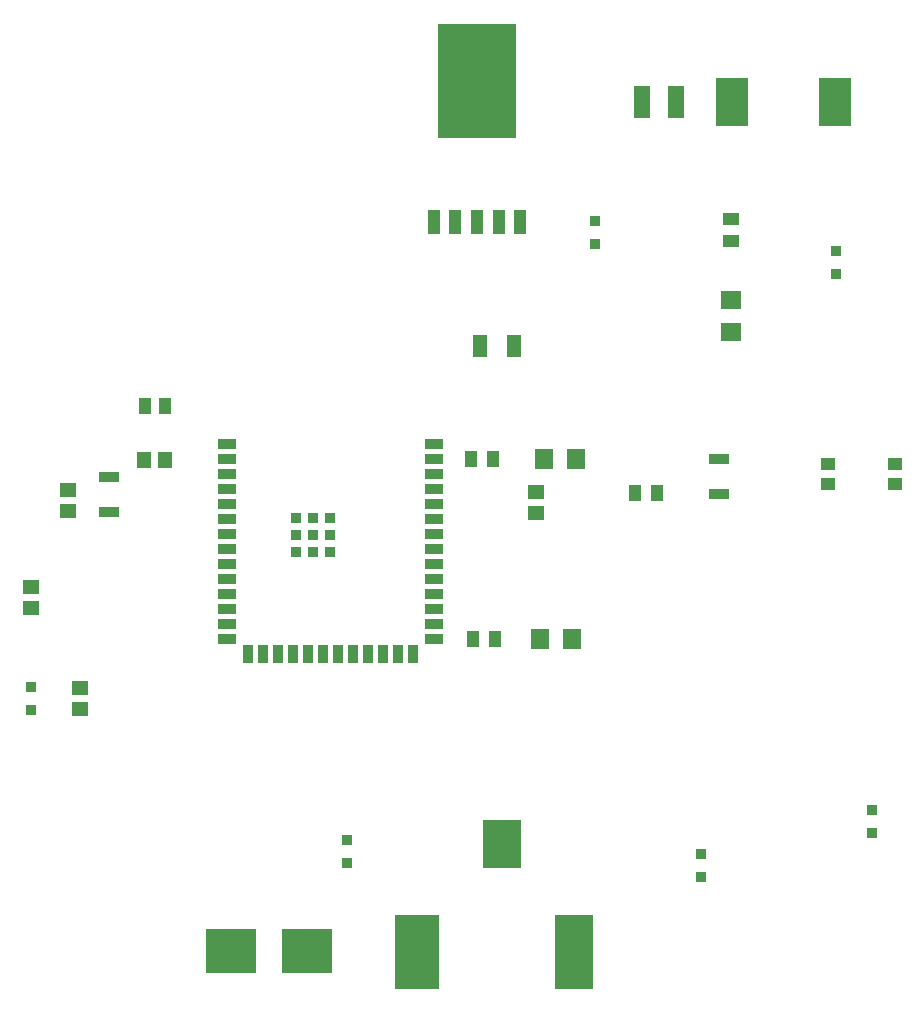
<source format=gbr>
G04*
G04 #@! TF.GenerationSoftware,Altium Limited,Altium Designer,25.3.3 (18)*
G04*
G04 Layer_Color=8421504*
%FSLAX44Y44*%
%MOMM*%
G71*
G04*
G04 #@! TF.SameCoordinates,28098AB9-3807-4A49-8781-5BF9FE85299D*
G04*
G04*
G04 #@! TF.FilePolarity,Positive*
G04*
G01*
G75*
%ADD17R,1.4500X1.2500*%
%ADD18R,1.2500X1.4500*%
%ADD19R,1.0668X1.3462*%
%ADD20R,4.2418X3.8100*%
%ADD21R,0.8890X0.9525*%
%ADD22R,3.3000X4.0600*%
%ADD23R,3.3000X6.3500*%
%ADD24R,3.8100X6.3500*%
%ADD25R,1.7300X0.9700*%
%ADD26R,1.4500X1.1500*%
%ADD27R,1.3700X2.8100*%
%ADD28R,1.2900X1.9100*%
%ADD29R,2.7000X4.1000*%
%ADD30R,0.9000X0.9000*%
%ADD31R,1.5000X0.9000*%
%ADD32R,0.9000X1.5000*%
%ADD33R,1.0000X1.4200*%
%ADD34R,1.0000X2.0500*%
%ADD35R,6.7000X9.7000*%
%ADD36R,1.4200X1.0000*%
%ADD37R,1.7500X1.5000*%
%ADD38R,1.5000X1.7500*%
%ADD39R,1.2000X1.0000*%
D17*
X527050Y441960D02*
D03*
Y459740D02*
D03*
X140970Y293370D02*
D03*
Y275590D02*
D03*
X99060Y361310D02*
D03*
Y379090D02*
D03*
D18*
X194950Y486410D02*
D03*
X212730D02*
D03*
D19*
X195707Y532130D02*
D03*
X213233D02*
D03*
D20*
X332867Y71120D02*
D03*
X269113D02*
D03*
D21*
X666750Y153225D02*
D03*
Y133794D02*
D03*
X781050Y663321D02*
D03*
Y643890D02*
D03*
X99060Y274764D02*
D03*
Y294195D02*
D03*
X811530Y170625D02*
D03*
Y190056D02*
D03*
X367030Y164655D02*
D03*
Y145225D02*
D03*
X576580Y669734D02*
D03*
Y689165D02*
D03*
D22*
X497800Y161250D02*
D03*
D23*
X558800Y69850D02*
D03*
D24*
X425900D02*
D03*
D25*
X681990Y487240D02*
D03*
Y457640D02*
D03*
X165540Y442400D02*
D03*
Y472000D02*
D03*
D26*
X130810Y443120D02*
D03*
Y461120D02*
D03*
D27*
X616990Y789940D02*
D03*
X645390D02*
D03*
D28*
X479430Y582930D02*
D03*
X508630D02*
D03*
D29*
X780350Y789940D02*
D03*
X692850D02*
D03*
D30*
X338190Y423180D02*
D03*
X324190D02*
D03*
X352190D02*
D03*
X324190Y409180D02*
D03*
X338190D02*
D03*
X352190D02*
D03*
X324190Y437180D02*
D03*
X338190D02*
D03*
X352190D02*
D03*
D31*
X265690Y500380D02*
D03*
Y487680D02*
D03*
Y474980D02*
D03*
Y462280D02*
D03*
Y449580D02*
D03*
Y436880D02*
D03*
Y424180D02*
D03*
Y411480D02*
D03*
Y398780D02*
D03*
Y386080D02*
D03*
Y373380D02*
D03*
Y360680D02*
D03*
Y347980D02*
D03*
Y335280D02*
D03*
X440690D02*
D03*
Y347980D02*
D03*
Y360680D02*
D03*
Y373380D02*
D03*
Y386080D02*
D03*
Y398780D02*
D03*
Y411480D02*
D03*
Y424180D02*
D03*
Y436880D02*
D03*
Y449580D02*
D03*
Y462280D02*
D03*
Y474980D02*
D03*
Y487680D02*
D03*
Y500380D02*
D03*
D32*
X283340Y322780D02*
D03*
X296040D02*
D03*
X308740D02*
D03*
X321440D02*
D03*
X334140D02*
D03*
X346840D02*
D03*
X359540D02*
D03*
X372240D02*
D03*
X384940D02*
D03*
X397640D02*
D03*
X410340D02*
D03*
X423040D02*
D03*
D33*
X629110Y458470D02*
D03*
X610410D02*
D03*
X473250Y335280D02*
D03*
X491950D02*
D03*
X471980Y487680D02*
D03*
X490680D02*
D03*
D34*
X440400Y688340D02*
D03*
X458700D02*
D03*
X477000D02*
D03*
X495300D02*
D03*
X513600D02*
D03*
D35*
X477000Y807340D02*
D03*
D36*
X692150Y671830D02*
D03*
Y690530D02*
D03*
D37*
Y622300D02*
D03*
Y595300D02*
D03*
D38*
X530060Y335280D02*
D03*
X557060D02*
D03*
X533870Y487680D02*
D03*
X560870D02*
D03*
D39*
X830640Y483260D02*
D03*
Y466260D02*
D03*
X774640Y483260D02*
D03*
Y466260D02*
D03*
M02*

</source>
